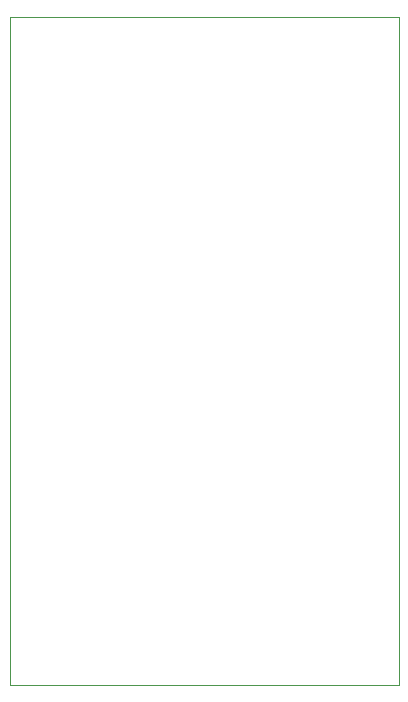
<source format=gbr>
G04 #@! TF.GenerationSoftware,KiCad,Pcbnew,(5.1.4-0-10_14)*
G04 #@! TF.CreationDate,2019-09-18T11:49:10-05:00*
G04 #@! TF.ProjectId,poePoweredDevice-PD,706f6550-6f77-4657-9265-644465766963,rev?*
G04 #@! TF.SameCoordinates,Original*
G04 #@! TF.FileFunction,Profile,NP*
%FSLAX46Y46*%
G04 Gerber Fmt 4.6, Leading zero omitted, Abs format (unit mm)*
G04 Created by KiCad (PCBNEW (5.1.4-0-10_14)) date 2019-09-18 11:49:10*
%MOMM*%
%LPD*%
G04 APERTURE LIST*
%ADD10C,0.050000*%
G04 APERTURE END LIST*
D10*
X158115000Y-140970000D02*
X158115000Y-84455000D01*
X191008000Y-140944600D02*
X158115000Y-140970000D01*
X191008000Y-84429600D02*
X191008000Y-140944600D01*
X158115000Y-84455000D02*
X191008000Y-84429600D01*
M02*

</source>
